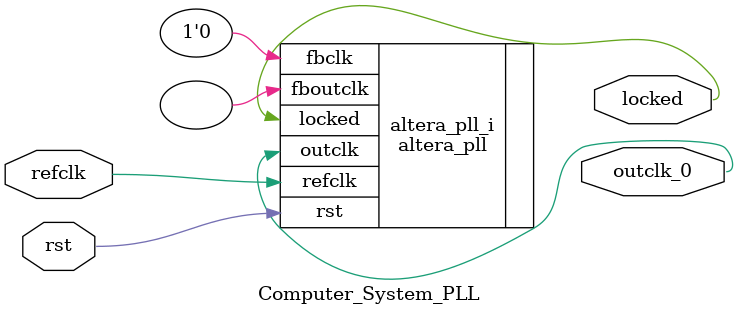
<source format=v>
`timescale 1ns/10ps
module  Computer_System_PLL(

	// interface 'refclk'
	input wire refclk,

	// interface 'reset'
	input wire rst,

	// interface 'outclk0'
	output wire outclk_0,

	// interface 'locked'
	output wire locked
);

	altera_pll #(
		.fractional_vco_multiplier("false"),
		.reference_clock_frequency("100.0 MHz"),
		.operation_mode("normal"),
		.number_of_clocks(1),
		.output_clock_frequency0("25.000000 MHz"),
		.phase_shift0("0 ps"),
		.duty_cycle0(50),
		.output_clock_frequency1("0 MHz"),
		.phase_shift1("0 ps"),
		.duty_cycle1(50),
		.output_clock_frequency2("0 MHz"),
		.phase_shift2("0 ps"),
		.duty_cycle2(50),
		.output_clock_frequency3("0 MHz"),
		.phase_shift3("0 ps"),
		.duty_cycle3(50),
		.output_clock_frequency4("0 MHz"),
		.phase_shift4("0 ps"),
		.duty_cycle4(50),
		.output_clock_frequency5("0 MHz"),
		.phase_shift5("0 ps"),
		.duty_cycle5(50),
		.output_clock_frequency6("0 MHz"),
		.phase_shift6("0 ps"),
		.duty_cycle6(50),
		.output_clock_frequency7("0 MHz"),
		.phase_shift7("0 ps"),
		.duty_cycle7(50),
		.output_clock_frequency8("0 MHz"),
		.phase_shift8("0 ps"),
		.duty_cycle8(50),
		.output_clock_frequency9("0 MHz"),
		.phase_shift9("0 ps"),
		.duty_cycle9(50),
		.output_clock_frequency10("0 MHz"),
		.phase_shift10("0 ps"),
		.duty_cycle10(50),
		.output_clock_frequency11("0 MHz"),
		.phase_shift11("0 ps"),
		.duty_cycle11(50),
		.output_clock_frequency12("0 MHz"),
		.phase_shift12("0 ps"),
		.duty_cycle12(50),
		.output_clock_frequency13("0 MHz"),
		.phase_shift13("0 ps"),
		.duty_cycle13(50),
		.output_clock_frequency14("0 MHz"),
		.phase_shift14("0 ps"),
		.duty_cycle14(50),
		.output_clock_frequency15("0 MHz"),
		.phase_shift15("0 ps"),
		.duty_cycle15(50),
		.output_clock_frequency16("0 MHz"),
		.phase_shift16("0 ps"),
		.duty_cycle16(50),
		.output_clock_frequency17("0 MHz"),
		.phase_shift17("0 ps"),
		.duty_cycle17(50),
		.pll_type("General"),
		.pll_subtype("General")
	) altera_pll_i (
		.rst	(rst),
		.outclk	({outclk_0}),
		.locked	(locked),
		.fboutclk	( ),
		.fbclk	(1'b0),
		.refclk	(refclk)
	);
endmodule


</source>
